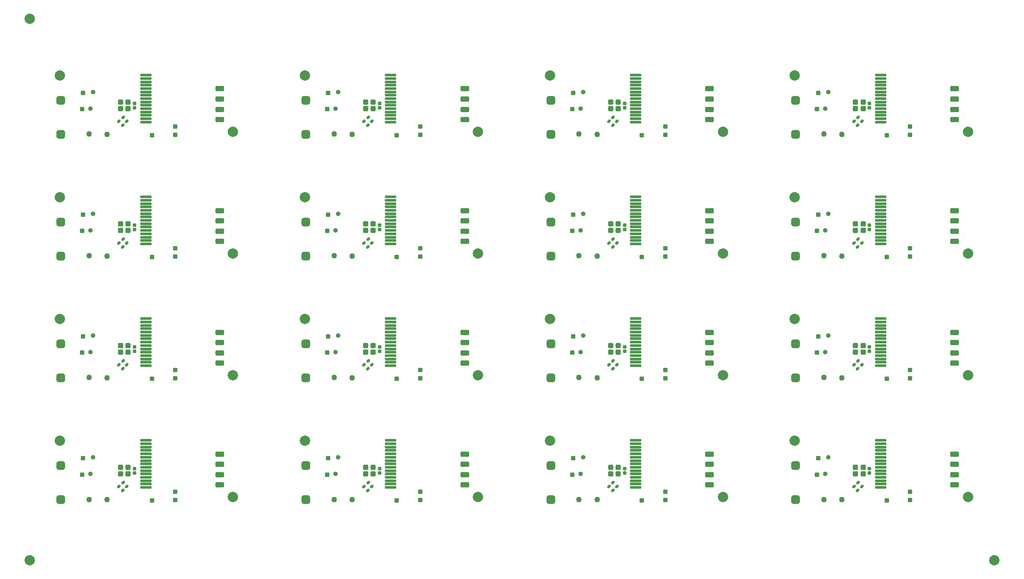
<source format=gbs>
G04 Layer_Color=16711935*
%FSLAX25Y25*%
%MOIN*%
G70*
G01*
G75*
G04:AMPARAMS|DCode=83|XSize=25.59mil|YSize=27.56mil|CornerRadius=7.38mil|HoleSize=0mil|Usage=FLASHONLY|Rotation=0.000|XOffset=0mil|YOffset=0mil|HoleType=Round|Shape=RoundedRectangle|*
%AMROUNDEDRECTD83*
21,1,0.02559,0.01280,0,0,0.0*
21,1,0.01083,0.02756,0,0,0.0*
1,1,0.01476,0.00541,-0.00640*
1,1,0.01476,-0.00541,-0.00640*
1,1,0.01476,-0.00541,0.00640*
1,1,0.01476,0.00541,0.00640*
%
%ADD83ROUNDEDRECTD83*%
G04:AMPARAMS|DCode=95|XSize=29.13mil|YSize=21.65mil|CornerRadius=6.4mil|HoleSize=0mil|Usage=FLASHONLY|Rotation=225.000|XOffset=0mil|YOffset=0mil|HoleType=Round|Shape=RoundedRectangle|*
%AMROUNDEDRECTD95*
21,1,0.02913,0.00886,0,0,225.0*
21,1,0.01634,0.02165,0,0,225.0*
1,1,0.01280,-0.00891,-0.00265*
1,1,0.01280,0.00265,0.00891*
1,1,0.01280,0.00891,0.00265*
1,1,0.01280,-0.00265,-0.00891*
%
%ADD95ROUNDEDRECTD95*%
%ADD105C,0.07874*%
G04:AMPARAMS|DCode=106|XSize=3.94mil|YSize=3.94mil|CornerRadius=0mil|HoleSize=0mil|Usage=FLASHONLY|Rotation=90.000|XOffset=0mil|YOffset=0mil|HoleType=Round|Shape=RoundedRectangle|*
%AMROUNDEDRECTD106*
21,1,0.00394,0.00394,0,0,90.0*
21,1,0.00394,0.00394,0,0,90.0*
1,1,0.00000,0.00197,0.00197*
1,1,0.00000,0.00197,-0.00197*
1,1,0.00000,-0.00197,-0.00197*
1,1,0.00000,-0.00197,0.00197*
%
%ADD106ROUNDEDRECTD106*%
G04:AMPARAMS|DCode=107|XSize=35.43mil|YSize=35.43mil|CornerRadius=9.84mil|HoleSize=0mil|Usage=FLASHONLY|Rotation=0.000|XOffset=0mil|YOffset=0mil|HoleType=Round|Shape=RoundedRectangle|*
%AMROUNDEDRECTD107*
21,1,0.03543,0.01575,0,0,0.0*
21,1,0.01575,0.03543,0,0,0.0*
1,1,0.01969,0.00787,-0.00787*
1,1,0.01969,-0.00787,-0.00787*
1,1,0.01969,-0.00787,0.00787*
1,1,0.01969,0.00787,0.00787*
%
%ADD107ROUNDEDRECTD107*%
%ADD108C,0.03543*%
G04:AMPARAMS|DCode=109|XSize=35.43mil|YSize=35.43mil|CornerRadius=9.84mil|HoleSize=0mil|Usage=FLASHONLY|Rotation=90.000|XOffset=0mil|YOffset=0mil|HoleType=Round|Shape=RoundedRectangle|*
%AMROUNDEDRECTD109*
21,1,0.03543,0.01575,0,0,90.0*
21,1,0.01575,0.03543,0,0,90.0*
1,1,0.01969,0.00787,0.00787*
1,1,0.01969,0.00787,-0.00787*
1,1,0.01969,-0.00787,-0.00787*
1,1,0.01969,-0.00787,0.00787*
%
%ADD109ROUNDEDRECTD109*%
%ADD110C,0.04331*%
G04:AMPARAMS|DCode=111|XSize=66.93mil|YSize=66.93mil|CornerRadius=17.72mil|HoleSize=0mil|Usage=FLASHONLY|Rotation=0.000|XOffset=0mil|YOffset=0mil|HoleType=Round|Shape=RoundedRectangle|*
%AMROUNDEDRECTD111*
21,1,0.06693,0.03150,0,0,0.0*
21,1,0.03150,0.06693,0,0,0.0*
1,1,0.03543,0.01575,-0.01575*
1,1,0.03543,-0.01575,-0.01575*
1,1,0.03543,-0.01575,0.01575*
1,1,0.03543,0.01575,0.01575*
%
%ADD111ROUNDEDRECTD111*%
G04:AMPARAMS|DCode=112|XSize=86.61mil|YSize=17.72mil|CornerRadius=5.41mil|HoleSize=0mil|Usage=FLASHONLY|Rotation=180.000|XOffset=0mil|YOffset=0mil|HoleType=Round|Shape=RoundedRectangle|*
%AMROUNDEDRECTD112*
21,1,0.08661,0.00689,0,0,180.0*
21,1,0.07579,0.01772,0,0,180.0*
1,1,0.01083,-0.03789,0.00345*
1,1,0.01083,0.03789,0.00345*
1,1,0.01083,0.03789,-0.00345*
1,1,0.01083,-0.03789,-0.00345*
%
%ADD112ROUNDEDRECTD112*%
G04:AMPARAMS|DCode=113|XSize=43.31mil|YSize=66.93mil|CornerRadius=11.81mil|HoleSize=0mil|Usage=FLASHONLY|Rotation=90.000|XOffset=0mil|YOffset=0mil|HoleType=Round|Shape=RoundedRectangle|*
%AMROUNDEDRECTD113*
21,1,0.04331,0.04331,0,0,90.0*
21,1,0.01969,0.06693,0,0,90.0*
1,1,0.02362,0.02165,0.00984*
1,1,0.02362,0.02165,-0.00984*
1,1,0.02362,-0.02165,-0.00984*
1,1,0.02362,-0.02165,0.00984*
%
%ADD113ROUNDEDRECTD113*%
G04:AMPARAMS|DCode=114|XSize=41.34mil|YSize=41.34mil|CornerRadius=11.32mil|HoleSize=0mil|Usage=FLASHONLY|Rotation=0.000|XOffset=0mil|YOffset=0mil|HoleType=Round|Shape=RoundedRectangle|*
%AMROUNDEDRECTD114*
21,1,0.04134,0.01870,0,0,0.0*
21,1,0.01870,0.04134,0,0,0.0*
1,1,0.02264,0.00935,-0.00935*
1,1,0.02264,-0.00935,-0.00935*
1,1,0.02264,-0.00935,0.00935*
1,1,0.02264,0.00935,0.00935*
%
%ADD114ROUNDEDRECTD114*%
D83*
X99803Y98130D02*
D03*
Y101476D02*
D03*
X286730Y98130D02*
D03*
Y101476D02*
D03*
X473658Y98130D02*
D03*
Y101476D02*
D03*
X660585Y98130D02*
D03*
Y101476D02*
D03*
X99803Y191142D02*
D03*
Y194488D02*
D03*
X286730Y191142D02*
D03*
Y194488D02*
D03*
X473658Y191142D02*
D03*
Y194488D02*
D03*
X660585Y191142D02*
D03*
Y194488D02*
D03*
X99803Y284154D02*
D03*
Y287500D02*
D03*
X286730Y284154D02*
D03*
Y287500D02*
D03*
X473658Y284154D02*
D03*
Y287500D02*
D03*
X660585Y284154D02*
D03*
Y287500D02*
D03*
X99803Y377166D02*
D03*
Y380512D02*
D03*
X286730Y377166D02*
D03*
Y380512D02*
D03*
X473658Y377166D02*
D03*
Y380512D02*
D03*
X660585Y377166D02*
D03*
Y380512D02*
D03*
D95*
X87923Y87570D02*
D03*
X90818Y84674D02*
D03*
X93967Y87726D02*
D03*
X91072Y90621D02*
D03*
X274850Y87570D02*
D03*
X277745Y84674D02*
D03*
X280895Y87726D02*
D03*
X277999Y90621D02*
D03*
X461777Y87570D02*
D03*
X464672Y84674D02*
D03*
X467822Y87726D02*
D03*
X464927Y90621D02*
D03*
X648704Y87570D02*
D03*
X651600Y84674D02*
D03*
X654749Y87726D02*
D03*
X651854Y90621D02*
D03*
X87923Y180581D02*
D03*
X90818Y177686D02*
D03*
X93967Y180737D02*
D03*
X91072Y183633D02*
D03*
X274850Y180581D02*
D03*
X277745Y177686D02*
D03*
X280895Y180737D02*
D03*
X277999Y183633D02*
D03*
X461777Y180581D02*
D03*
X464672Y177686D02*
D03*
X467822Y180737D02*
D03*
X464927Y183633D02*
D03*
X648704Y180581D02*
D03*
X651600Y177686D02*
D03*
X654749Y180737D02*
D03*
X651854Y183633D02*
D03*
X87923Y273593D02*
D03*
X90818Y270698D02*
D03*
X93967Y273749D02*
D03*
X91072Y276644D02*
D03*
X274850Y273593D02*
D03*
X277745Y270698D02*
D03*
X280895Y273749D02*
D03*
X277999Y276644D02*
D03*
X461777Y273593D02*
D03*
X464672Y270698D02*
D03*
X467822Y273749D02*
D03*
X464927Y276644D02*
D03*
X648704Y273593D02*
D03*
X651600Y270698D02*
D03*
X654749Y273749D02*
D03*
X651854Y276644D02*
D03*
X87923Y366605D02*
D03*
X90818Y363710D02*
D03*
X93967Y366761D02*
D03*
X91072Y369656D02*
D03*
X274850Y366605D02*
D03*
X277745Y363710D02*
D03*
X280895Y366761D02*
D03*
X277999Y369656D02*
D03*
X461777Y366605D02*
D03*
X464672Y363710D02*
D03*
X467822Y366761D02*
D03*
X464927Y369656D02*
D03*
X648704Y366605D02*
D03*
X651600Y363710D02*
D03*
X654749Y366761D02*
D03*
X651854Y369656D02*
D03*
D105*
X19685Y444882D02*
D03*
X755906Y31496D02*
D03*
X19685D02*
D03*
X174901Y79823D02*
D03*
X42815Y122539D02*
D03*
X361829Y79823D02*
D03*
X229742Y122539D02*
D03*
X548756Y79823D02*
D03*
X416669Y122539D02*
D03*
X735683Y79823D02*
D03*
X603597Y122539D02*
D03*
X174901Y172835D02*
D03*
X42815Y215551D02*
D03*
X361829Y172835D02*
D03*
X229742Y215551D02*
D03*
X548756Y172835D02*
D03*
X416669Y215551D02*
D03*
X735683Y172835D02*
D03*
X603597Y215551D02*
D03*
X174901Y265846D02*
D03*
X42815Y308563D02*
D03*
X361829Y265846D02*
D03*
X229742Y308563D02*
D03*
X548756Y265846D02*
D03*
X416669Y308563D02*
D03*
X735683Y265846D02*
D03*
X603597Y308563D02*
D03*
X174901Y358858D02*
D03*
X42815Y401575D02*
D03*
X361829Y358858D02*
D03*
X229742Y401575D02*
D03*
X548756Y358858D02*
D03*
X416669Y401575D02*
D03*
X735683Y358858D02*
D03*
X603597Y401575D02*
D03*
D106*
X172441Y93209D02*
D03*
Y108169D02*
D03*
X359368Y93209D02*
D03*
Y108169D02*
D03*
X546295Y93209D02*
D03*
Y108169D02*
D03*
X733223Y93209D02*
D03*
Y108169D02*
D03*
X172441Y186220D02*
D03*
Y201181D02*
D03*
X359368Y186220D02*
D03*
Y201181D02*
D03*
X546295Y186220D02*
D03*
Y201181D02*
D03*
X733223Y186220D02*
D03*
Y201181D02*
D03*
X172441Y279232D02*
D03*
Y294193D02*
D03*
X359368Y279232D02*
D03*
Y294193D02*
D03*
X546295Y279232D02*
D03*
Y294193D02*
D03*
X733223Y279232D02*
D03*
Y294193D02*
D03*
X172441Y372244D02*
D03*
Y387205D02*
D03*
X359368Y372244D02*
D03*
Y387205D02*
D03*
X546295Y372244D02*
D03*
Y387205D02*
D03*
X733223Y372244D02*
D03*
Y387205D02*
D03*
D107*
X130807Y77264D02*
D03*
X112992Y77067D02*
D03*
X59842Y96850D02*
D03*
X317734Y77264D02*
D03*
X299919Y77067D02*
D03*
X246770Y96850D02*
D03*
X504662Y77264D02*
D03*
X486847Y77067D02*
D03*
X433697Y96850D02*
D03*
X691589Y77264D02*
D03*
X673774Y77067D02*
D03*
X620624Y96850D02*
D03*
X130807Y170276D02*
D03*
X112992Y170079D02*
D03*
X59842Y189862D02*
D03*
X317734Y170276D02*
D03*
X299919Y170079D02*
D03*
X246770Y189862D02*
D03*
X504662Y170276D02*
D03*
X486847Y170079D02*
D03*
X433697Y189862D02*
D03*
X691589Y170276D02*
D03*
X673774Y170079D02*
D03*
X620624Y189862D02*
D03*
X130807Y263287D02*
D03*
X112992Y263091D02*
D03*
X59842Y282874D02*
D03*
X317734Y263287D02*
D03*
X299919Y263091D02*
D03*
X246770Y282874D02*
D03*
X504662Y263287D02*
D03*
X486847Y263091D02*
D03*
X433697Y282874D02*
D03*
X691589Y263287D02*
D03*
X673774Y263091D02*
D03*
X620624Y282874D02*
D03*
X130807Y356299D02*
D03*
X112992Y356102D02*
D03*
X59842Y375886D02*
D03*
X317734Y356299D02*
D03*
X299919Y356102D02*
D03*
X246770Y375886D02*
D03*
X504662Y356299D02*
D03*
X486847Y356102D02*
D03*
X433697Y375886D02*
D03*
X691589Y356299D02*
D03*
X673774Y356102D02*
D03*
X620624Y375886D02*
D03*
D108*
X68209Y109941D02*
D03*
X66142Y97244D02*
D03*
X255136Y109941D02*
D03*
X253069Y97244D02*
D03*
X442063Y109941D02*
D03*
X439996Y97244D02*
D03*
X628990Y109941D02*
D03*
X626924Y97244D02*
D03*
X68209Y202953D02*
D03*
X66142Y190256D02*
D03*
X255136Y202953D02*
D03*
X253069Y190256D02*
D03*
X442063Y202953D02*
D03*
X439996Y190256D02*
D03*
X628990Y202953D02*
D03*
X626924Y190256D02*
D03*
X68209Y295965D02*
D03*
X66142Y283268D02*
D03*
X255136Y295965D02*
D03*
X253069Y283268D02*
D03*
X442063Y295965D02*
D03*
X439996Y283268D02*
D03*
X628990Y295965D02*
D03*
X626924Y283268D02*
D03*
X68209Y388976D02*
D03*
X66142Y376279D02*
D03*
X255136Y388976D02*
D03*
X253069Y376279D02*
D03*
X442063Y388976D02*
D03*
X439996Y376279D02*
D03*
X628990Y388976D02*
D03*
X626924Y376279D02*
D03*
D109*
X130807Y83563D02*
D03*
X60630Y109449D02*
D03*
X317734Y83563D02*
D03*
X247557Y109449D02*
D03*
X504662Y83563D02*
D03*
X434484Y109449D02*
D03*
X691589Y83563D02*
D03*
X621412Y109449D02*
D03*
X130807Y176575D02*
D03*
X60630Y202461D02*
D03*
X317734Y176575D02*
D03*
X247557Y202461D02*
D03*
X504662Y176575D02*
D03*
X434484Y202461D02*
D03*
X691589Y176575D02*
D03*
X621412Y202461D02*
D03*
X130807Y269587D02*
D03*
X60630Y295472D02*
D03*
X317734Y269587D02*
D03*
X247557Y295472D02*
D03*
X504662Y269587D02*
D03*
X434484Y295472D02*
D03*
X691589Y269587D02*
D03*
X621412Y295472D02*
D03*
X130807Y362598D02*
D03*
X60630Y388484D02*
D03*
X317734Y362598D02*
D03*
X247557Y388484D02*
D03*
X504662Y362598D02*
D03*
X434484Y388484D02*
D03*
X691589Y362598D02*
D03*
X621412Y388484D02*
D03*
D110*
X65059Y77854D02*
D03*
X78838Y77756D02*
D03*
X251986Y77854D02*
D03*
X265766Y77756D02*
D03*
X438913Y77854D02*
D03*
X452693Y77756D02*
D03*
X625841Y77854D02*
D03*
X639620Y77756D02*
D03*
X65059Y170866D02*
D03*
X78838Y170768D02*
D03*
X251986Y170866D02*
D03*
X265766Y170768D02*
D03*
X438913Y170866D02*
D03*
X452693Y170768D02*
D03*
X625841Y170866D02*
D03*
X639620Y170768D02*
D03*
X65059Y263878D02*
D03*
X78838Y263779D02*
D03*
X251986Y263878D02*
D03*
X265766Y263779D02*
D03*
X438913Y263878D02*
D03*
X452693Y263779D02*
D03*
X625841Y263878D02*
D03*
X639620Y263779D02*
D03*
X65059Y356890D02*
D03*
X78838Y356791D02*
D03*
X251986Y356890D02*
D03*
X265766Y356791D02*
D03*
X438913Y356890D02*
D03*
X452693Y356791D02*
D03*
X625841Y356890D02*
D03*
X639620Y356791D02*
D03*
D111*
X43504Y77559D02*
D03*
Y103543D02*
D03*
X230431Y77559D02*
D03*
Y103543D02*
D03*
X417358Y77559D02*
D03*
Y103543D02*
D03*
X604286Y77559D02*
D03*
Y103543D02*
D03*
X43504Y170571D02*
D03*
Y196555D02*
D03*
X230431Y170571D02*
D03*
Y196555D02*
D03*
X417358Y170571D02*
D03*
Y196555D02*
D03*
X604286Y170571D02*
D03*
Y196555D02*
D03*
X43504Y263583D02*
D03*
Y289567D02*
D03*
X230431Y263583D02*
D03*
Y289567D02*
D03*
X417358Y263583D02*
D03*
Y289567D02*
D03*
X604286Y263583D02*
D03*
Y289567D02*
D03*
X43504Y356594D02*
D03*
Y382579D02*
D03*
X230431Y356594D02*
D03*
Y382579D02*
D03*
X417358Y356594D02*
D03*
Y382579D02*
D03*
X604286Y356594D02*
D03*
Y382579D02*
D03*
D112*
X108367Y122874D02*
D03*
Y87047D02*
D03*
Y120315D02*
D03*
Y89606D02*
D03*
Y117756D02*
D03*
Y92165D02*
D03*
Y115197D02*
D03*
Y94725D02*
D03*
Y112638D02*
D03*
Y97284D02*
D03*
Y110079D02*
D03*
Y99843D02*
D03*
Y107520D02*
D03*
Y102402D02*
D03*
Y104961D02*
D03*
X295294Y122874D02*
D03*
Y87047D02*
D03*
Y120315D02*
D03*
Y89606D02*
D03*
Y117756D02*
D03*
Y92165D02*
D03*
Y115197D02*
D03*
Y94725D02*
D03*
Y112638D02*
D03*
Y97284D02*
D03*
Y110079D02*
D03*
Y99843D02*
D03*
Y107520D02*
D03*
Y102402D02*
D03*
Y104961D02*
D03*
X482221Y122874D02*
D03*
Y87047D02*
D03*
Y120315D02*
D03*
Y89606D02*
D03*
Y117756D02*
D03*
Y92165D02*
D03*
Y115197D02*
D03*
Y94725D02*
D03*
Y112638D02*
D03*
Y97284D02*
D03*
Y110079D02*
D03*
Y99843D02*
D03*
Y107520D02*
D03*
Y102402D02*
D03*
Y104961D02*
D03*
X669148Y122874D02*
D03*
Y87047D02*
D03*
Y120315D02*
D03*
Y89606D02*
D03*
Y117756D02*
D03*
Y92165D02*
D03*
Y115197D02*
D03*
Y94725D02*
D03*
Y112638D02*
D03*
Y97284D02*
D03*
Y110079D02*
D03*
Y99843D02*
D03*
Y107520D02*
D03*
Y102402D02*
D03*
Y104961D02*
D03*
X108367Y215886D02*
D03*
Y180059D02*
D03*
Y213327D02*
D03*
Y182618D02*
D03*
Y210768D02*
D03*
Y185177D02*
D03*
Y208209D02*
D03*
Y187736D02*
D03*
Y205650D02*
D03*
Y190295D02*
D03*
Y203091D02*
D03*
Y192854D02*
D03*
Y200532D02*
D03*
Y195413D02*
D03*
Y197973D02*
D03*
X295294Y215886D02*
D03*
Y180059D02*
D03*
Y213327D02*
D03*
Y182618D02*
D03*
Y210768D02*
D03*
Y185177D02*
D03*
Y208209D02*
D03*
Y187736D02*
D03*
Y205650D02*
D03*
Y190295D02*
D03*
Y203091D02*
D03*
Y192854D02*
D03*
Y200532D02*
D03*
Y195413D02*
D03*
Y197973D02*
D03*
X482221Y215886D02*
D03*
Y180059D02*
D03*
Y213327D02*
D03*
Y182618D02*
D03*
Y210768D02*
D03*
Y185177D02*
D03*
Y208209D02*
D03*
Y187736D02*
D03*
Y205650D02*
D03*
Y190295D02*
D03*
Y203091D02*
D03*
Y192854D02*
D03*
Y200532D02*
D03*
Y195413D02*
D03*
Y197973D02*
D03*
X669148Y215886D02*
D03*
Y180059D02*
D03*
Y213327D02*
D03*
Y182618D02*
D03*
Y210768D02*
D03*
Y185177D02*
D03*
Y208209D02*
D03*
Y187736D02*
D03*
Y205650D02*
D03*
Y190295D02*
D03*
Y203091D02*
D03*
Y192854D02*
D03*
Y200532D02*
D03*
Y195413D02*
D03*
Y197973D02*
D03*
X108367Y308898D02*
D03*
Y273071D02*
D03*
Y306339D02*
D03*
Y275630D02*
D03*
Y303780D02*
D03*
Y278189D02*
D03*
Y301220D02*
D03*
Y280748D02*
D03*
Y298661D02*
D03*
Y283307D02*
D03*
Y296102D02*
D03*
Y285866D02*
D03*
Y293543D02*
D03*
Y288425D02*
D03*
Y290984D02*
D03*
X295294Y308898D02*
D03*
Y273071D02*
D03*
Y306339D02*
D03*
Y275630D02*
D03*
Y303780D02*
D03*
Y278189D02*
D03*
Y301220D02*
D03*
Y280748D02*
D03*
Y298661D02*
D03*
Y283307D02*
D03*
Y296102D02*
D03*
Y285866D02*
D03*
Y293543D02*
D03*
Y288425D02*
D03*
Y290984D02*
D03*
X482221Y308898D02*
D03*
Y273071D02*
D03*
Y306339D02*
D03*
Y275630D02*
D03*
Y303780D02*
D03*
Y278189D02*
D03*
Y301220D02*
D03*
Y280748D02*
D03*
Y298661D02*
D03*
Y283307D02*
D03*
Y296102D02*
D03*
Y285866D02*
D03*
Y293543D02*
D03*
Y288425D02*
D03*
Y290984D02*
D03*
X669148Y308898D02*
D03*
Y273071D02*
D03*
Y306339D02*
D03*
Y275630D02*
D03*
Y303780D02*
D03*
Y278189D02*
D03*
Y301220D02*
D03*
Y280748D02*
D03*
Y298661D02*
D03*
Y283307D02*
D03*
Y296102D02*
D03*
Y285866D02*
D03*
Y293543D02*
D03*
Y288425D02*
D03*
Y290984D02*
D03*
X108367Y401909D02*
D03*
Y366083D02*
D03*
Y399350D02*
D03*
Y368642D02*
D03*
Y396791D02*
D03*
Y371201D02*
D03*
Y394232D02*
D03*
Y373760D02*
D03*
Y391673D02*
D03*
Y376319D02*
D03*
Y389114D02*
D03*
Y378878D02*
D03*
Y386555D02*
D03*
Y381437D02*
D03*
Y383996D02*
D03*
X295294Y401909D02*
D03*
Y366083D02*
D03*
Y399350D02*
D03*
Y368642D02*
D03*
Y396791D02*
D03*
Y371201D02*
D03*
Y394232D02*
D03*
Y373760D02*
D03*
Y391673D02*
D03*
Y376319D02*
D03*
Y389114D02*
D03*
Y378878D02*
D03*
Y386555D02*
D03*
Y381437D02*
D03*
Y383996D02*
D03*
X482221Y401909D02*
D03*
Y366083D02*
D03*
Y399350D02*
D03*
Y368642D02*
D03*
Y396791D02*
D03*
Y371201D02*
D03*
Y394232D02*
D03*
Y373760D02*
D03*
Y391673D02*
D03*
Y376319D02*
D03*
Y389114D02*
D03*
Y378878D02*
D03*
Y386555D02*
D03*
Y381437D02*
D03*
Y383996D02*
D03*
X669148Y401909D02*
D03*
Y366083D02*
D03*
Y399350D02*
D03*
Y368642D02*
D03*
Y396791D02*
D03*
Y371201D02*
D03*
Y394232D02*
D03*
Y373760D02*
D03*
Y391673D02*
D03*
Y376319D02*
D03*
Y389114D02*
D03*
Y378878D02*
D03*
Y386555D02*
D03*
Y381437D02*
D03*
Y383996D02*
D03*
D113*
X164764Y88878D02*
D03*
Y96752D02*
D03*
Y112500D02*
D03*
Y104626D02*
D03*
X351691Y88878D02*
D03*
Y96752D02*
D03*
Y112500D02*
D03*
Y104626D02*
D03*
X538618Y88878D02*
D03*
Y96752D02*
D03*
Y112500D02*
D03*
Y104626D02*
D03*
X725546Y88878D02*
D03*
Y96752D02*
D03*
Y112500D02*
D03*
Y104626D02*
D03*
X164764Y181890D02*
D03*
Y189764D02*
D03*
Y205512D02*
D03*
Y197638D02*
D03*
X351691Y181890D02*
D03*
Y189764D02*
D03*
Y205512D02*
D03*
Y197638D02*
D03*
X538618Y181890D02*
D03*
Y189764D02*
D03*
Y205512D02*
D03*
Y197638D02*
D03*
X725546Y181890D02*
D03*
Y189764D02*
D03*
Y205512D02*
D03*
Y197638D02*
D03*
X164764Y274902D02*
D03*
Y282775D02*
D03*
Y298523D02*
D03*
Y290650D02*
D03*
X351691Y274902D02*
D03*
Y282775D02*
D03*
Y298523D02*
D03*
Y290650D02*
D03*
X538618Y274902D02*
D03*
Y282775D02*
D03*
Y298523D02*
D03*
Y290650D02*
D03*
X725546Y274902D02*
D03*
Y282775D02*
D03*
Y298523D02*
D03*
Y290650D02*
D03*
X164764Y367913D02*
D03*
Y375787D02*
D03*
Y391535D02*
D03*
Y383661D02*
D03*
X351691Y367913D02*
D03*
Y375787D02*
D03*
Y391535D02*
D03*
Y383661D02*
D03*
X538618Y367913D02*
D03*
Y375787D02*
D03*
Y391535D02*
D03*
Y383661D02*
D03*
X725546Y367913D02*
D03*
Y375787D02*
D03*
Y391535D02*
D03*
Y383661D02*
D03*
D114*
X89173Y102264D02*
D03*
Y97342D02*
D03*
X94882D02*
D03*
Y102264D02*
D03*
X276100D02*
D03*
Y97342D02*
D03*
X281809D02*
D03*
Y102264D02*
D03*
X463028D02*
D03*
Y97342D02*
D03*
X468736D02*
D03*
Y102264D02*
D03*
X649955D02*
D03*
Y97342D02*
D03*
X655664D02*
D03*
Y102264D02*
D03*
X89173Y195276D02*
D03*
Y190354D02*
D03*
X94882D02*
D03*
Y195276D02*
D03*
X276100D02*
D03*
Y190354D02*
D03*
X281809D02*
D03*
Y195276D02*
D03*
X463028D02*
D03*
Y190354D02*
D03*
X468736D02*
D03*
Y195276D02*
D03*
X649955D02*
D03*
Y190354D02*
D03*
X655664D02*
D03*
Y195276D02*
D03*
X89173Y288287D02*
D03*
Y283366D02*
D03*
X94882D02*
D03*
Y288287D02*
D03*
X276100D02*
D03*
Y283366D02*
D03*
X281809D02*
D03*
Y288287D02*
D03*
X463028D02*
D03*
Y283366D02*
D03*
X468736D02*
D03*
Y288287D02*
D03*
X649955D02*
D03*
Y283366D02*
D03*
X655664D02*
D03*
Y288287D02*
D03*
X89173Y381299D02*
D03*
Y376378D02*
D03*
X94882D02*
D03*
Y381299D02*
D03*
X276100D02*
D03*
Y376378D02*
D03*
X281809D02*
D03*
Y381299D02*
D03*
X463028D02*
D03*
Y376378D02*
D03*
X468736D02*
D03*
Y381299D02*
D03*
X649955D02*
D03*
Y376378D02*
D03*
X655664D02*
D03*
Y381299D02*
D03*
M02*

</source>
